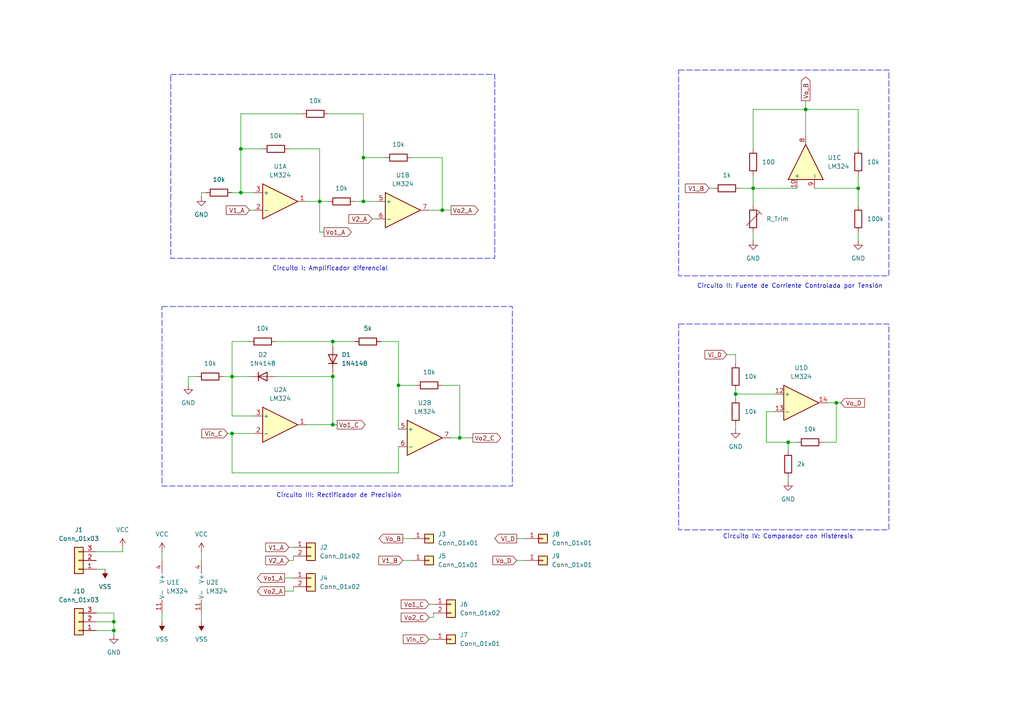
<source format=kicad_sch>
(kicad_sch (version 20231120) (generator "eeschema") (generator_version "8.0")
  (paper "A4")
  (lib_symbols
    (symbol "Amplifier_Operational:LM324" (pin_names (offset 0.127))
      (property "Reference" "U" (at 0 5.08 0))
      (property "Value" "LM324" (at 0 -5.08 0))
      (symbol "LM324_1_1"
        (polyline (pts (xy -5.08 5.08) (xy 5.08 0) (xy -5.08 -5.08) (xy -5.08 5.08)) (stroke (width 0.254)) (fill (type background)))
        (pin output line (at 7.62 0 180) (length 2.54) (name "~") (number "1"))
        (pin input line (at -7.62 -2.54 0) (length 2.54) (name "-") (number "2"))
        (pin input line (at -7.62 2.54 0) (length 2.54) (name "+") (number "3"))
      )
      (symbol "LM324_2_1"
        (polyline (pts (xy -5.08 5.08) (xy 5.08 0) (xy -5.08 -5.08) (xy -5.08 5.08)) (stroke (width 0.254)) (fill (type background)))
        (pin input line (at -7.62 2.54 0) (length 2.54) (name "+") (number "5"))
        (pin input line (at -7.62 -2.54 0) (length 2.54) (name "-") (number "6"))
        (pin output line (at 7.62 0 180) (length 2.54) (name "~") (number "7"))
      )
      (symbol "LM324_3_1"
        (polyline (pts (xy -5.08 5.08) (xy 5.08 0) (xy -5.08 -5.08) (xy -5.08 5.08)) (stroke (width 0.254)) (fill (type background)))
        (pin input line (at -7.62 2.54 0) (length 2.54) (name "+") (number "10"))
        (pin output line (at 7.62 0 180) (length 2.54) (name "~") (number "8"))
        (pin input line (at -7.62 -2.54 0) (length 2.54) (name "-") (number "9"))
      )
      (symbol "LM324_4_1"
        (polyline (pts (xy -5.08 5.08) (xy 5.08 0) (xy -5.08 -5.08) (xy -5.08 5.08)) (stroke (width 0.254)) (fill (type background)))
        (pin input line (at -7.62 2.54 0) (length 2.54) (name "+") (number "12"))
        (pin input line (at -7.62 -2.54 0) (length 2.54) (name "-") (number "13"))
        (pin output line (at 7.62 0 180) (length 2.54) (name "~") (number "14"))
      )
      (symbol "LM324_5_1"
        (pin power_in line (at -2.54 -7.62 90) (length 3.81) (name "V-") (number "11"))
        (pin power_in line (at -2.54 7.62 270) (length 3.81) (name "V+") (number "4"))
      )
    )
    (symbol "Connector_Generic:Conn_01x01" (pin_names (offset 1.016) hide)
      (property "Reference" "J" (at 0 2.54 0))
      (property "Value" "Conn_01x01" (at 0 -2.54 0))
      (symbol "Conn_01x01_1_1"
        (rectangle (start -1.27 0.127) (end 0 -0.127) (stroke (width 0.1524)))
        (rectangle (start -1.27 1.27) (end 1.27 -1.27) (stroke (width 0.254)) (fill (type background)))
        (pin passive line (at -5.08 0 0) (length 3.81) (name "Pin_1") (number "1"))
      )
    )
    (symbol "Connector_Generic:Conn_01x02" (pin_names (offset 1.016) hide)
      (property "Reference" "J" (at 0 2.54 0))
      (property "Value" "Conn_01x02" (at 0 -5.08 0))
      (symbol "Conn_01x02_1_1"
        (rectangle (start -1.27 -2.413) (end 0 -2.667) (stroke (width 0.1524)))
        (rectangle (start -1.27 0.127) (end 0 -0.127) (stroke (width 0.1524)))
        (rectangle (start -1.27 1.27) (end 1.27 -3.81) (stroke (width 0.254)) (fill (type background)))
        (pin passive line (at -5.08 0 0) (length 3.81) (name "Pin_1") (number "1"))
        (pin passive line (at -5.08 -2.54 0) (length 3.81) (name "Pin_2") (number "2"))
      )
    )
    (symbol "Connector_Generic:Conn_01x03" (pin_names (offset 1.016) hide)
      (property "Reference" "J" (at 0 5.08 0))
      (property "Value" "Conn_01x03" (at 0 -5.08 0))
      (symbol "Conn_01x03_1_1"
        (rectangle (start -1.27 -2.413) (end 0 -2.667) (stroke (width 0.1524)))
        (rectangle (start -1.27 0.127) (end 0 -0.127) (stroke (width 0.1524)))
        (rectangle (start -1.27 2.667) (end 0 2.413) (stroke (width 0.1524)))
        (rectangle (start -1.27 3.81) (end 1.27 -3.81) (stroke (width 0.254)) (fill (type background)))
        (pin passive line (at -5.08 2.54 0) (length 3.81) (name "Pin_1") (number "1"))
        (pin passive line (at -5.08 0 0) (length 3.81) (name "Pin_2") (number "2"))
        (pin passive line (at -5.08 -2.54 0) (length 3.81) (name "Pin_3") (number "3"))
      )
    )
    (symbol "Device:R" (pin_numbers hide) (pin_names (offset 0))
      (property "Reference" "R" (at 2.032 0 90))
      (property "Value" "R" (at 0 0 90))
      (symbol "R_0_1"
        (rectangle (start -1.016 -2.54) (end 1.016 2.54) (stroke (width 0.254)))
      )
      (symbol "R_1_1"
        (pin passive line (at 0 3.81 270) (length 1.27) (name "~") (number "1"))
        (pin passive line (at 0 -3.81 90) (length 1.27) (name "~") (number "2"))
      )
    )
    (symbol "Device:R_Trim" (pin_numbers hide) (pin_names (offset 0))
      (property "Reference" "R" (at 2.54 -2.54 90))
      (property "Value" "R_Trim" (at -2.54 -0.635 90))
      (symbol "R_Trim_0_1"
        (rectangle (start -1.016 -2.54) (end 1.016 2.54) (stroke (width 0.254)))
        (polyline (pts (xy -1.905 -1.905) (xy 1.905 1.905) (xy 2.54 1.27) (xy 1.27 2.54)))
      )
      (symbol "R_Trim_1_1"
        (pin passive line (at 0 3.81 270) (length 1.27) (name "~") (number "1"))
        (pin passive line (at 0 -3.81 90) (length 1.27) (name "~") (number "2"))
      )
    )
    (symbol "Diode:1N4148" (pin_numbers hide) (pin_names hide)
      (property "Reference" "D" (at 0 2.54 0))
      (property "Value" "1N4148" (at 0 -2.54 0))
      (symbol "1N4148_0_1"
        (polyline (pts (xy -1.27 1.27) (xy -1.27 -1.27)) (stroke (width 0.254)))
        (polyline (pts (xy 1.27 0) (xy -1.27 0)))
        (polyline (pts (xy 1.27 1.27) (xy 1.27 -1.27) (xy -1.27 0) (xy 1.27 1.27)) (stroke (width 0.254)))
      )
      (symbol "1N4148_1_1"
        (pin passive line (at -3.81 0 0) (length 2.54) (name "K") (number "1"))
        (pin passive line (at 3.81 0 180) (length 2.54) (name "A") (number "2"))
      )
    )
    (symbol "power:GND" (power) (pin_numbers hide) (pin_names (offset 0) hide)
      (property "Value" "GND" (at 0 -3.81 0))
      (symbol "GND_0_1"
        (polyline (pts (xy 0 0) (xy 0 -1.27) (xy 1.27 -1.27) (xy 0 -2.54) (xy -1.27 -1.27) (xy 0 -1.27)))
      )
      (symbol "GND_1_1"
        (pin power_in line (at 0 0 270) (length 0) (name "~") (number "1"))
      )
    )
    (symbol "power:VCC" (power) (pin_numbers hide) (pin_names (offset 0) hide)
      (property "Value" "VCC" (at 0 3.556 0))
      (symbol "VCC_0_1"
        (polyline (pts (xy -0.762 1.27) (xy 0 2.54)))
        (polyline (pts (xy 0 0) (xy 0 2.54)))
        (polyline (pts (xy 0 2.54) (xy 0.762 1.27)))
      )
      (symbol "VCC_1_1"
        (pin power_in line (at 0 0 90) (length 0) (name "~") (number "1"))
      )
    )
    (symbol "power:VSS" (power) (pin_numbers hide) (pin_names (offset 0) hide)
      (property "Value" "VSS" (at 0 3.556 0))
      (symbol "VSS_0_1"
        (polyline (pts (xy 0 0) (xy 0 2.54)))
        (polyline (pts (xy 0.762 1.27) (xy -0.762 1.27) (xy 0 2.54) (xy 0.762 1.27)) (fill (type outline)))
      )
      (symbol "VSS_1_1"
        (pin power_in line (at 0 0 90) (length 0) (name "~") (number "1"))
      )
    )
  )
  (junction (at 92.71 58.42))
  (junction (at 128.27 60.96))
  (junction (at 213.36 114.3))
  (junction (at 67.31 109.22))
  (junction (at 248.92 54.61))
  (junction (at 242.57 116.84))
  (junction (at 218.44 54.61))
  (junction (at 69.85 55.88))
  (junction (at 96.52 109.22))
  (junction (at 228.6 128.27))
  (junction (at 96.52 99.06))
  (junction (at 115.57 111.76))
  (junction (at 133.35 127))
  (junction (at 33.02 182.88))
  (junction (at 33.02 180.34))
  (junction (at 69.85 43.18))
  (junction (at 105.41 45.72))
  (junction (at 96.52 123.19))
  (junction (at 233.68 31.75))
  (junction (at 67.31 125.73))
  (junction (at 105.41 58.42))
  (wire (pts (xy 248.92 54.61) (xy 248.92 59.69)))
  (wire (pts (xy 87.63 33.02) (xy 69.85 33.02)))
  (wire (pts (xy 213.36 114.3) (xy 213.36 113.03)))
  (wire (pts (xy 248.92 31.75) (xy 248.92 43.18)))
  (wire (pts (xy 105.41 58.42) (xy 109.22 58.42)))
  (wire (pts (xy 54.61 109.22) (xy 54.61 111.76)))
  (wire (pts (xy 124.46 175.26) (xy 125.73 175.26)))
  (wire (pts (xy 149.86 162.56) (xy 152.4 162.56)))
  (wire (pts (xy 119.38 45.72) (xy 128.27 45.72)))
  (wire (pts (xy 240.03 116.84) (xy 242.57 116.84)))
  (wire (pts (xy 242.57 128.27) (xy 238.76 128.27)))
  (wire (pts (xy 57.15 109.22) (xy 54.61 109.22)))
  (wire (pts (xy 133.35 111.76) (xy 133.35 127)))
  (wire (pts (xy 125.73 177.8) (xy 125.73 179.07)))
  (wire (pts (xy 96.52 99.06) (xy 102.87 99.06)))
  (wire (pts (xy 248.92 50.8) (xy 248.92 54.61)))
  (wire (pts (xy 218.44 54.61) (xy 218.44 59.69)))
  (wire (pts (xy 231.14 128.27) (xy 228.6 128.27)))
  (wire (pts (xy 115.57 111.76) (xy 115.57 99.06)))
  (wire (pts (xy 27.94 160.02) (xy 35.56 160.02)))
  (wire (pts (xy 92.71 58.42) (xy 88.9 58.42)))
  (wire (pts (xy 80.01 109.22) (xy 96.52 109.22)))
  (wire (pts (xy 93.98 67.31) (xy 92.71 67.31)))
  (wire (pts (xy 96.52 123.19) (xy 96.52 109.22)))
  (wire (pts (xy 58.42 177.8) (xy 58.42 180.34)))
  (wire (pts (xy 73.66 120.65) (xy 67.31 120.65)))
  (wire (pts (xy 67.31 120.65) (xy 67.31 109.22)))
  (wire (pts (xy 67.31 55.88) (xy 69.85 55.88)))
  (wire (pts (xy 85.09 161.29) (xy 85.09 162.56)))
  (wire (pts (xy 213.36 102.87) (xy 210.82 102.87)))
  (wire (pts (xy 115.57 111.76) (xy 120.65 111.76)))
  (wire (pts (xy 115.57 137.16) (xy 67.31 137.16)))
  (wire (pts (xy 233.68 29.21) (xy 233.68 31.75)))
  (wire (pts (xy 213.36 114.3) (xy 213.36 115.57)))
  (wire (pts (xy 27.94 177.8) (xy 33.02 177.8)))
  (wire (pts (xy 242.57 116.84) (xy 242.57 128.27)))
  (wire (pts (xy 218.44 67.31) (xy 218.44 69.85)))
  (wire (pts (xy 133.35 127) (xy 130.81 127)))
  (wire (pts (xy 228.6 128.27) (xy 222.25 128.27)))
  (wire (pts (xy 83.82 43.18) (xy 92.71 43.18)))
  (wire (pts (xy 133.35 127) (xy 137.16 127)))
  (wire (pts (xy 35.56 160.02) (xy 35.56 158.75)))
  (wire (pts (xy 72.39 60.96) (xy 73.66 60.96)))
  (wire (pts (xy 67.31 137.16) (xy 67.31 125.73)))
  (wire (pts (xy 242.57 116.84) (xy 243.84 116.84)))
  (wire (pts (xy 111.76 45.72) (xy 105.41 45.72)))
  (wire (pts (xy 115.57 99.06) (xy 110.49 99.06)))
  (wire (pts (xy 69.85 33.02) (xy 69.85 43.18)))
  (wire (pts (xy 205.74 54.61) (xy 207.01 54.61)))
  (wire (pts (xy 64.77 109.22) (xy 67.31 109.22)))
  (wire (pts (xy 128.27 60.96) (xy 124.46 60.96)))
  (wire (pts (xy 116.84 162.56) (xy 119.38 162.56)))
  (wire (pts (xy 33.02 180.34) (xy 33.02 182.88)))
  (wire (pts (xy 66.04 125.73) (xy 67.31 125.73)))
  (wire (pts (xy 248.92 67.31) (xy 248.92 69.85)))
  (wire (pts (xy 149.86 156.21) (xy 152.4 156.21)))
  (wire (pts (xy 107.95 63.5) (xy 109.22 63.5)))
  (wire (pts (xy 236.22 54.61) (xy 248.92 54.61)))
  (wire (pts (xy 85.09 171.45) (xy 82.55 171.45)))
  (wire (pts (xy 222.25 128.27) (xy 222.25 119.38)))
  (wire (pts (xy 105.41 33.02) (xy 105.41 45.72)))
  (wire (pts (xy 96.52 100.33) (xy 96.52 99.06)))
  (wire (pts (xy 82.55 167.64) (xy 85.09 167.64)))
  (wire (pts (xy 95.25 33.02) (xy 105.41 33.02)))
  (wire (pts (xy 233.68 31.75) (xy 233.68 39.37)))
  (wire (pts (xy 33.02 182.88) (xy 33.02 184.15)))
  (wire (pts (xy 128.27 60.96) (xy 130.81 60.96)))
  (wire (pts (xy 67.31 109.22) (xy 67.31 99.06)))
  (wire (pts (xy 88.9 123.19) (xy 96.52 123.19)))
  (wire (pts (xy 124.46 185.42) (xy 125.73 185.42)))
  (wire (pts (xy 83.82 158.75) (xy 85.09 158.75)))
  (wire (pts (xy 80.01 99.06) (xy 96.52 99.06)))
  (wire (pts (xy 92.71 43.18) (xy 92.71 58.42)))
  (wire (pts (xy 27.94 180.34) (xy 33.02 180.34)))
  (wire (pts (xy 125.73 179.07) (xy 124.46 179.07)))
  (wire (pts (xy 27.94 165.1) (xy 30.48 165.1)))
  (wire (pts (xy 69.85 55.88) (xy 73.66 55.88)))
  (wire (pts (xy 116.84 156.21) (xy 119.38 156.21)))
  (wire (pts (xy 96.52 123.19) (xy 97.79 123.19)))
  (wire (pts (xy 213.36 105.41) (xy 213.36 102.87)))
  (wire (pts (xy 85.09 162.56) (xy 83.82 162.56)))
  (wire (pts (xy 214.63 54.61) (xy 218.44 54.61)))
  (wire (pts (xy 228.6 138.43) (xy 228.6 139.7)))
  (wire (pts (xy 218.44 50.8) (xy 218.44 54.61)))
  (wire (pts (xy 233.68 31.75) (xy 248.92 31.75)))
  (wire (pts (xy 102.87 58.42) (xy 105.41 58.42)))
  (wire (pts (xy 224.79 114.3) (xy 213.36 114.3)))
  (wire (pts (xy 105.41 45.72) (xy 105.41 58.42)))
  (wire (pts (xy 218.44 31.75) (xy 233.68 31.75)))
  (wire (pts (xy 115.57 124.46) (xy 115.57 111.76)))
  (wire (pts (xy 92.71 58.42) (xy 95.25 58.42)))
  (wire (pts (xy 76.2 43.18) (xy 69.85 43.18)))
  (wire (pts (xy 67.31 125.73) (xy 73.66 125.73)))
  (wire (pts (xy 222.25 119.38) (xy 224.79 119.38)))
  (wire (pts (xy 59.69 55.88) (xy 58.42 55.88)))
  (wire (pts (xy 33.02 177.8) (xy 33.02 180.34)))
  (wire (pts (xy 218.44 43.18) (xy 218.44 31.75)))
  (wire (pts (xy 213.36 123.19) (xy 213.36 124.46)))
  (wire (pts (xy 46.99 160.02) (xy 46.99 162.56)))
  (wire (pts (xy 69.85 43.18) (xy 69.85 55.88)))
  (wire (pts (xy 85.09 170.18) (xy 85.09 171.45)))
  (wire (pts (xy 96.52 109.22) (xy 96.52 107.95)))
  (wire (pts (xy 128.27 45.72) (xy 128.27 60.96)))
  (wire (pts (xy 128.27 111.76) (xy 133.35 111.76)))
  (wire (pts (xy 67.31 109.22) (xy 72.39 109.22)))
  (wire (pts (xy 46.99 177.8) (xy 46.99 180.34)))
  (wire (pts (xy 218.44 54.61) (xy 231.14 54.61)))
  (wire (pts (xy 27.94 182.88) (xy 33.02 182.88)))
  (wire (pts (xy 58.42 160.02) (xy 58.42 162.56)))
  (wire (pts (xy 115.57 129.54) (xy 115.57 137.16)))
  (wire (pts (xy 92.71 67.31) (xy 92.71 58.42)))
  (wire (pts (xy 58.42 55.88) (xy 58.42 57.15)))
  (wire (pts (xy 228.6 128.27) (xy 228.6 130.81)))
  (wire (pts (xy 67.31 99.06) (xy 72.39 99.06)))
  (rectangle (start 49.53 21.59) (end 143.51 74.93) (stroke (width 0) (type dash)))
  (rectangle (start 196.85 20.32) (end 257.81 80.01) (stroke (width 0) (type dash)))
  (rectangle (start 196.85 93.98) (end 257.81 153.67) (stroke (width 0) (type dash)))
  (rectangle (start 46.99 88.9) (end 148.59 140.97) (stroke (width 0) (type dash)))
  (text "Circuito I: Amplificador diferencial" (at 95.758 77.978 0) (effects (font (size 1.27 1.27))))
  (text "Circuito IV: Comparador con Histéresis\n\n" (at 228.6 156.718 0) (effects (font (size 1.27 1.27))))
  (text "Circuito III: Rectificador de Precisión" (at 98.298 143.764 0) (effects (font (size 1.27 1.27))))
  (text "Circuito II: Fuente de Corriente Controlada por Tensión\n" (at 229.108 83.058 0) (effects (font (size 1.27 1.27))))
  (global_label "V2_A" (shape input) (at 107.95 63.5 180) (property "Intersheetrefs" "${INTERSHEET_REFS}" (effects (hide yes))))
  (global_label "Vo1_A" (shape output) (at 82.55 167.64 180) (property "Intersheetrefs" "${INTERSHEET_REFS}" (effects (hide yes))))
  (global_label "Vo_D" (shape input) (at 149.86 162.56 180) (property "Intersheetrefs" "${INTERSHEET_REFS}" (effects (hide yes))))
  (global_label "Vo_B" (shape output) (at 116.84 156.21 180) (property "Intersheetrefs" "${INTERSHEET_REFS}" (effects (hide yes))))
  (global_label "Vo1_A" (shape output) (at 93.98 67.31 0) (property "Intersheetrefs" "${INTERSHEET_REFS}" (effects (hide yes))))
  (global_label "V2_A" (shape input) (at 83.82 162.56 180) (property "Intersheetrefs" "${INTERSHEET_REFS}" (effects (hide yes))))
  (global_label "Vo_D" (shape input) (at 243.84 116.84 0) (property "Intersheetrefs" "${INTERSHEET_REFS}" (effects (hide yes))))
  (global_label "Vo2_A" (shape output) (at 82.55 171.45 180) (property "Intersheetrefs" "${INTERSHEET_REFS}" (effects (hide yes))))
  (global_label "Vo2_A" (shape output) (at 130.81 60.96 0) (property "Intersheetrefs" "${INTERSHEET_REFS}" (effects (hide yes))))
  (global_label "V1_A" (shape input) (at 83.82 158.75 180) (property "Intersheetrefs" "${INTERSHEET_REFS}" (effects (hide yes))))
  (global_label "Vi_D" (shape input) (at 210.82 102.87 180) (property "Intersheetrefs" "${INTERSHEET_REFS}" (effects (hide yes))))
  (global_label "Vo1_C" (shape input) (at 124.46 175.26 180) (property "Intersheetrefs" "${INTERSHEET_REFS}" (effects (hide yes))))
  (global_label "V1_B" (shape input) (at 205.74 54.61 180) (property "Intersheetrefs" "${INTERSHEET_REFS}" (effects (hide yes))))
  (global_label "Vo2_C" (shape input) (at 124.46 179.07 180) (property "Intersheetrefs" "${INTERSHEET_REFS}" (effects (hide yes))))
  (global_label "V1_A" (shape input) (at 72.39 60.96 180) (property "Intersheetrefs" "${INTERSHEET_REFS}" (effects (hide yes))))
  (global_label "Vo_B" (shape output) (at 233.68 29.21 90) (property "Intersheetrefs" "${INTERSHEET_REFS}" (effects (hide yes))))
  (global_label "Vo2_C" (shape output) (at 137.16 127 0) (property "Intersheetrefs" "${INTERSHEET_REFS}" (effects (hide yes))))
  (global_label "Vin_C" (shape input) (at 66.04 125.73 180) (property "Intersheetrefs" "${INTERSHEET_REFS}" (effects (hide yes))))
  (global_label "Vin_C" (shape input) (at 124.46 185.42 180) (property "Intersheetrefs" "${INTERSHEET_REFS}" (effects (hide yes))))
  (global_label "V1_B" (shape input) (at 116.84 162.56 180) (property "Intersheetrefs" "${INTERSHEET_REFS}" (effects (hide yes))))
  (global_label "Vo1_C" (shape output) (at 97.79 123.19 0) (property "Intersheetrefs" "${INTERSHEET_REFS}" (effects (hide yes))))
  (global_label "Vi_D" (shape output) (at 149.86 156.21 180) (property "Intersheetrefs" "${INTERSHEET_REFS}" (effects (hide yes))))
  (symbol (lib_id "power:VCC") (at 35.56 158.75 0) (unit 1)
    (property "Reference" "#PWR07" (effects (hide yes)))
    (property "Value" "VCC" (at 35.56 153.67 0))
    (property "Description" "Power symbol creates a global label with name \"VCC\"" (effects (hide yes)))
  )
  (symbol (lib_id "power:VSS") (at 30.48 165.1 180) (unit 1)
    (property "Reference" "#PWR08" (effects (hide yes)))
    (property "Value" "VSS" (at 30.48 170.18 0))
    (property "Description" "Power symbol creates a global label with name \"VSS\"" (effects (hide yes)))
  )
  (symbol (lib_id "Connector_Generic:Conn_01x01") (at 124.46 162.56 0) (unit 1)
    (property "Reference" "J5" (at 127 161.2899 0) (effects (justify left)))
    (property "Value" "Conn_01x01" (at 127 163.8299 0) (effects (justify left)))
    (property "Footprint" "Connector_PinHeader_2.54mm:PinHeader_1x01_P2.54mm_Vertical" (effects (hide yes)))
    (property "Description" "Generic connector, single row, 01x01, script generated (kicad-library-utils/schlib/autogen/connector/)" (effects (hide yes)))
  )
  (symbol (lib_id "Connector_Generic:Conn_01x02") (at 90.17 167.64 0) (unit 1)
    (property "Reference" "J4" (at 92.71 167.6399 0) (effects (justify left)))
    (property "Value" "Conn_01x02" (at 92.71 170.1799 0) (effects (justify left)))
    (property "Footprint" "Connector_PinHeader_2.54mm:PinHeader_1x02_P2.54mm_Vertical" (effects (hide yes)))
    (property "Description" "Generic connector, single row, 01x02, script generated (kicad-library-utils/schlib/autogen/connector/)" (effects (hide yes)))
  )
  (symbol (lib_id "Device:R") (at 234.95 128.27 90) (unit 1)
    (property "Reference" "R18" (effects (hide yes)))
    (property "Value" "10k" (at 234.95 124.46 90))
    (property "Footprint" "Resistor_THT:R_Axial_DIN0309_L9.0mm_D3.2mm_P15.24mm_Horizontal" (effects (hide yes)))
    (property "Description" "Resistor" (effects (hide yes)))
  )
  (symbol (lib_id "power:VCC") (at 58.42 160.02 0) (unit 1)
    (property "Reference" "#PWR012" (effects (hide yes)))
    (property "Value" "VCC" (at 58.42 154.94 0))
    (property "Description" "Power symbol creates a global label with name \"VCC\"" (effects (hide yes)))
  )
  (symbol (lib_id "Device:R") (at 213.36 109.22 0) (unit 1)
    (property "Reference" "R15" (effects (hide yes)))
    (property "Value" "10k" (at 215.9 109.2199 0) (effects (justify left)))
    (property "Footprint" "Resistor_THT:R_Axial_DIN0309_L9.0mm_D3.2mm_P15.24mm_Horizontal" (effects (hide yes)))
    (property "Description" "Resistor" (effects (hide yes)))
  )
  (symbol (lib_id "power:GND") (at 248.92 69.85 0) (unit 1)
    (property "Reference" "#PWR03" (effects (hide yes)))
    (property "Value" "GND" (at 248.92 74.93 0))
    (property "Description" "Power symbol creates a global label with name \"GND\" , ground" (effects (hide yes)))
  )
  (symbol (lib_id "power:GND") (at 58.42 57.15 0) (unit 1)
    (property "Reference" "#PWR01" (effects (hide yes)))
    (property "Value" "GND" (at 58.42 62.23 0))
    (property "Description" "Power symbol creates a global label with name \"GND\" , ground" (effects (hide yes)))
  )
  (symbol (lib_id "power:VSS") (at 58.42 180.34 180) (unit 1)
    (property "Reference" "#PWR013" (effects (hide yes)))
    (property "Value" "VSS" (at 58.42 185.42 0))
    (property "Description" "Power symbol creates a global label with name \"VSS\"" (effects (hide yes)))
  )
  (symbol (lib_id "Amplifier_Operational:LM324") (at 60.96 170.18 0) (unit 5)
    (property "Reference" "U2" (at 59.69 168.9099 0) (effects (justify left)))
    (property "Value" "LM324" (at 59.69 171.4499 0) (effects (justify left)))
    (property "Footprint" "Package_DIP:CERDIP-14_W7.62mm_SideBrazed_LongPads_Socket" (effects (hide yes)))
    (property "Datasheet" "http://www.ti.com/lit/ds/symlink/lm2902-n.pdf" (effects (hide yes)))
    (property "Description" "Low-Power, Quad-Operational Amplifiers, DIP-14/SOIC-14/SSOP-14" (effects (hide yes)))
  )
  (symbol (lib_id "Diode:1N4148") (at 96.52 104.14 90) (unit 1)
    (property "Reference" "D1" (at 99.06 102.8699 90) (effects (justify right)))
    (property "Value" "1N4148" (at 99.06 105.4099 90) (effects (justify right)))
    (property "Footprint" "Diode_THT:D_DO-35_SOD27_P7.62mm_Horizontal" (effects (hide yes)))
    (property "Datasheet" "https://assets.nexperia.com/documents/data-sheet/1N4148_1N4448.pdf" (effects (hide yes)))
    (property "Description" "100V 0.15A standard switching diode, DO-35" (effects (hide yes)))
    (property "Sim.Device" "D" (effects (hide yes)))
    (property "Sim.Pins" "1=K 2=A" (effects (hide yes)))
  )
  (symbol (lib_id "Amplifier_Operational:LM324") (at 232.41 116.84 0) (unit 4)
    (property "Reference" "U1" (at 232.41 106.68 0))
    (property "Value" "LM324" (at 232.41 109.22 0))
    (property "Footprint" "Package_DIP:CERDIP-14_W7.62mm_SideBrazed_LongPads_Socket" (effects (hide yes)))
    (property "Datasheet" "http://www.ti.com/lit/ds/symlink/lm2902-n.pdf" (effects (hide yes)))
    (property "Description" "Low-Power, Quad-Operational Amplifiers, DIP-14/SOIC-14/SSOP-14" (effects (hide yes)))
  )
  (symbol (lib_id "Amplifier_Operational:LM324") (at 49.53 170.18 0) (unit 5)
    (property "Reference" "U1" (at 48.26 168.9099 0) (effects (justify left)))
    (property "Value" "LM324" (at 48.26 171.4499 0) (effects (justify left)))
    (property "Footprint" "Package_DIP:CERDIP-14_W7.62mm_SideBrazed_LongPads_Socket" (effects (hide yes)))
    (property "Datasheet" "http://www.ti.com/lit/ds/symlink/lm2902-n.pdf" (effects (hide yes)))
    (property "Description" "Low-Power, Quad-Operational Amplifiers, DIP-14/SOIC-14/SSOP-14" (effects (hide yes)))
  )
  (symbol (lib_id "Amplifier_Operational:LM324") (at 233.68 46.99 90) (unit 3)
    (property "Reference" "U1" (at 240.03 45.7199 90) (effects (justify right)))
    (property "Value" "LM324" (at 240.03 48.2599 90) (effects (justify right)))
    (property "Footprint" "Package_DIP:CERDIP-14_W7.62mm_SideBrazed_LongPads_Socket" (effects (hide yes)))
    (property "Datasheet" "http://www.ti.com/lit/ds/symlink/lm2902-n.pdf" (effects (hide yes)))
    (property "Description" "Low-Power, Quad-Operational Amplifiers, DIP-14/SOIC-14/SSOP-14" (effects (hide yes)))
  )
  (symbol (lib_id "Connector_Generic:Conn_01x01") (at 124.46 156.21 0) (unit 1)
    (property "Reference" "J3" (at 127 154.9399 0) (effects (justify left)))
    (property "Value" "Conn_01x01" (at 127 157.4799 0) (effects (justify left)))
    (property "Footprint" "Connector_PinHeader_2.54mm:PinHeader_1x01_P2.54mm_Vertical" (effects (hide yes)))
    (property "Description" "Generic connector, single row, 01x01, script generated (kicad-library-utils/schlib/autogen/connector/)" (effects (hide yes)))
  )
  (symbol (lib_id "Amplifier_Operational:LM324") (at 81.28 123.19 0) (unit 1)
    (property "Reference" "U2" (at 81.28 113.03 0))
    (property "Value" "LM324" (at 81.28 115.57 0))
    (property "Footprint" "Package_DIP:CERDIP-14_W7.62mm_SideBrazed_LongPads_Socket" (effects (hide yes)))
    (property "Datasheet" "http://www.ti.com/lit/ds/symlink/lm2902-n.pdf" (effects (hide yes)))
    (property "Description" "Low-Power, Quad-Operational Amplifiers, DIP-14/SOIC-14/SSOP-14" (effects (hide yes)))
  )
  (symbol (lib_id "Diode:1N4148") (at 76.2 109.22 0) (unit 1)
    (property "Reference" "D2" (at 76.2 102.87 0))
    (property "Value" "1N4148" (at 76.2 105.41 0))
    (property "Footprint" "Diode_THT:D_DO-35_SOD27_P7.62mm_Horizontal" (effects (hide yes)))
    (property "Datasheet" "https://assets.nexperia.com/documents/data-sheet/1N4148_1N4448.pdf" (effects (hide yes)))
    (property "Description" "100V 0.15A standard switching diode, DO-35" (effects (hide yes)))
    (property "Sim.Device" "D" (effects (hide yes)))
    (property "Sim.Pins" "1=K 2=A" (effects (hide yes)))
  )
  (symbol (lib_id "Device:R") (at 210.82 54.61 90) (unit 1)
    (property "Reference" "R10" (effects (hide yes)))
    (property "Value" "1k" (at 210.82 50.8 90))
    (property "Footprint" "Resistor_THT:R_Axial_DIN0309_L9.0mm_D3.2mm_P15.24mm_Horizontal" (effects (hide yes)))
    (property "Description" "Resistor" (effects (hide yes)))
  )
  (symbol (lib_id "Device:R") (at 80.01 43.18 90) (unit 1)
    (property "Reference" "R2" (effects (hide yes)))
    (property "Value" "10k" (at 80.01 39.37 90))
    (property "Footprint" "Resistor_THT:R_Axial_DIN0309_L9.0mm_D3.2mm_P15.24mm_Horizontal" (effects (hide yes)))
    (property "Description" "Resistor" (effects (hide yes)))
  )
  (symbol (lib_id "Device:R") (at 91.44 33.02 90) (unit 1)
    (property "Reference" "R3" (effects (hide yes)))
    (property "Value" "10k" (at 91.44 29.21 90))
    (property "Footprint" "Resistor_THT:R_Axial_DIN0309_L9.0mm_D3.2mm_P15.24mm_Horizontal" (effects (hide yes)))
    (property "Description" "Resistor" (effects (hide yes)))
  )
  (symbol (lib_id "Connector_Generic:Conn_01x03") (at 22.86 162.56 180) (unit 1)
    (property "Reference" "J1" (at 22.86 153.67 0))
    (property "Value" "Conn_01x03" (at 22.86 156.21 0))
    (property "Footprint" "Connector_PinHeader_2.54mm:PinHeader_1x03_P2.54mm_Vertical" (effects (hide yes)))
    (property "Description" "Generic connector, single row, 01x03, script generated (kicad-library-utils/schlib/autogen/connector/)" (effects (hide yes)))
  )
  (symbol (lib_id "Device:R") (at 115.57 45.72 90) (unit 1)
    (property "Reference" "R5" (effects (hide yes)))
    (property "Value" "10k" (at 115.57 41.91 90))
    (property "Footprint" "Resistor_THT:R_Axial_DIN0309_L9.0mm_D3.2mm_P15.24mm_Horizontal" (effects (hide yes)))
    (property "Description" "Resistor" (effects (hide yes)))
  )
  (symbol (lib_id "Device:R") (at 76.2 99.06 90) (unit 1)
    (property "Reference" "R11" (effects (hide yes)))
    (property "Value" "10k" (at 76.2 95.25 90))
    (property "Footprint" "Resistor_THT:R_Axial_DIN0309_L9.0mm_D3.2mm_P15.24mm_Horizontal" (effects (hide yes)))
    (property "Description" "Resistor" (effects (hide yes)))
  )
  (symbol (lib_id "Amplifier_Operational:LM324") (at 116.84 60.96 0) (unit 2)
    (property "Reference" "U1" (at 116.84 50.8 0))
    (property "Value" "LM324" (at 116.84 53.34 0))
    (property "Footprint" "Package_DIP:CERDIP-14_W7.62mm_SideBrazed_LongPads_Socket" (effects (hide yes)))
    (property "Datasheet" "http://www.ti.com/lit/ds/symlink/lm2902-n.pdf" (effects (hide yes)))
    (property "Description" "Low-Power, Quad-Operational Amplifiers, DIP-14/SOIC-14/SSOP-14" (effects (hide yes)))
  )
  (symbol (lib_id "Device:R") (at 218.44 46.99 0) (unit 1)
    (property "Reference" "R6" (effects (hide yes)))
    (property "Value" "100" (at 220.98 46.9899 0) (effects (justify left)))
    (property "Footprint" "Resistor_THT:R_Axial_DIN0309_L9.0mm_D3.2mm_P15.24mm_Horizontal" (effects (hide yes)))
    (property "Description" "Resistor" (effects (hide yes)))
  )
  (symbol (lib_id "power:GND") (at 218.44 69.85 0) (unit 1)
    (property "Reference" "#PWR02" (effects (hide yes)))
    (property "Value" "GND" (at 218.44 74.93 0))
    (property "Description" "Power symbol creates a global label with name \"GND\" , ground" (effects (hide yes)))
  )
  (symbol (lib_id "Device:R") (at 248.92 46.99 0) (unit 1)
    (property "Reference" "R7" (effects (hide yes)))
    (property "Value" "10k" (at 251.46 46.9899 0) (effects (justify left)))
    (property "Footprint" "Resistor_THT:R_Axial_DIN0309_L9.0mm_D3.2mm_P15.24mm_Horizontal" (effects (hide yes)))
    (property "Description" "Resistor" (effects (hide yes)))
  )
  (symbol (lib_id "Connector_Generic:Conn_01x01") (at 130.81 185.42 0) (unit 1)
    (property "Reference" "J7" (at 133.35 184.1499 0) (effects (justify left)))
    (property "Value" "Conn_01x01" (at 133.35 186.6899 0) (effects (justify left)))
    (property "Footprint" "Connector_PinHeader_2.54mm:PinHeader_1x01_P2.54mm_Vertical" (effects (hide yes)))
    (property "Description" "Generic connector, single row, 01x01, script generated (kicad-library-utils/schlib/autogen/connector/)" (effects (hide yes)))
  )
  (symbol (lib_id "Device:R") (at 124.46 111.76 90) (unit 1)
    (property "Reference" "R14" (effects (hide yes)))
    (property "Value" "10k" (at 124.46 107.95 90))
    (property "Footprint" "Resistor_THT:R_Axial_DIN0309_L9.0mm_D3.2mm_P15.24mm_Horizontal" (effects (hide yes)))
    (property "Description" "Resistor" (effects (hide yes)))
  )
  (symbol (lib_id "Device:R") (at 248.92 63.5 0) (unit 1)
    (property "Reference" "R9" (effects (hide yes)))
    (property "Value" "100k" (at 251.46 63.4999 0) (effects (justify left)))
    (property "Footprint" "Resistor_THT:R_Axial_DIN0309_L9.0mm_D3.2mm_P15.24mm_Horizontal" (effects (hide yes)))
    (property "Description" "Resistor" (effects (hide yes)))
  )
  (symbol (lib_id "power:VCC") (at 46.99 160.02 0) (unit 1)
    (property "Reference" "#PWR010" (effects (hide yes)))
    (property "Value" "VCC" (at 46.99 154.94 0))
    (property "Description" "Power symbol creates a global label with name \"VCC\"" (effects (hide yes)))
  )
  (symbol (lib_id "Connector_Generic:Conn_01x01") (at 157.48 162.56 0) (unit 1)
    (property "Reference" "J9" (at 160.02 161.2899 0) (effects (justify left)))
    (property "Value" "Conn_01x01" (at 160.02 163.8299 0) (effects (justify left)))
    (property "Footprint" "Connector_PinHeader_2.54mm:PinHeader_1x01_P2.54mm_Vertical" (effects (hide yes)))
    (property "Description" "Generic connector, single row, 01x01, script generated (kicad-library-utils/schlib/autogen/connector/)" (effects (hide yes)))
  )
  (symbol (lib_id "Connector_Generic:Conn_01x01") (at 157.48 156.21 0) (unit 1)
    (property "Reference" "J8" (at 160.02 154.9399 0) (effects (justify left)))
    (property "Value" "Conn_01x01" (at 160.02 157.4799 0) (effects (justify left)))
    (property "Footprint" "Connector_PinHeader_2.54mm:PinHeader_1x01_P2.54mm_Vertical" (effects (hide yes)))
    (property "Description" "Generic connector, single row, 01x01, script generated (kicad-library-utils/schlib/autogen/connector/)" (effects (hide yes)))
  )
  (symbol (lib_id "Amplifier_Operational:LM324") (at 81.28 58.42 0) (unit 1)
    (property "Reference" "U1" (at 81.28 48.26 0))
    (property "Value" "LM324" (at 81.28 50.8 0))
    (property "Footprint" "Package_DIP:CERDIP-14_W7.62mm_SideBrazed_LongPads_Socket" (effects (hide yes)))
    (property "Datasheet" "http://www.ti.com/lit/ds/symlink/lm2902-n.pdf" (effects (hide yes)))
    (property "Description" "Low-Power, Quad-Operational Amplifiers, DIP-14/SOIC-14/SSOP-14" (effects (hide yes)))
  )
  (symbol (lib_id "Connector_Generic:Conn_01x02") (at 90.17 158.75 0) (unit 1)
    (property "Reference" "J2" (at 92.71 158.7499 0) (effects (justify left)))
    (property "Value" "Conn_01x02" (at 92.71 161.2899 0) (effects (justify left)))
    (property "Footprint" "Connector_PinHeader_2.54mm:PinHeader_1x02_P2.54mm_Vertical" (effects (hide yes)))
    (property "Description" "Generic connector, single row, 01x02, script generated (kicad-library-utils/schlib/autogen/connector/)" (effects (hide yes)))
  )
  (symbol (lib_id "Device:R") (at 228.6 134.62 180) (unit 1)
    (property "Reference" "R17" (effects (hide yes)))
    (property "Value" "2k" (at 231.14 134.6199 0) (effects (justify right)))
    (property "Footprint" "Resistor_THT:R_Axial_DIN0309_L9.0mm_D3.2mm_P15.24mm_Horizontal" (effects (hide yes)))
    (property "Description" "Resistor" (effects (hide yes)))
  )
  (symbol (lib_id "power:GND") (at 54.61 111.76 0) (unit 1)
    (property "Reference" "#PWR04" (effects (hide yes)))
    (property "Value" "GND" (at 54.61 116.84 0))
    (property "Description" "Power symbol creates a global label with name \"GND\" , ground" (effects (hide yes)))
  )
  (symbol (lib_id "power:GND") (at 228.6 139.7 0) (unit 1)
    (property "Reference" "#PWR05" (effects (hide yes)))
    (property "Value" "GND" (at 228.6 144.78 0))
    (property "Description" "Power symbol creates a global label with name \"GND\" , ground" (effects (hide yes)))
  )
  (symbol (lib_id "Device:R") (at 63.5 55.88 90) (unit 1)
    (property "Reference" "R1" (effects (hide yes)))
    (property "Value" "10k" (at 63.5 52.07 90))
    (property "Footprint" "Resistor_THT:R_Axial_DIN0309_L9.0mm_D3.2mm_P15.24mm_Horizontal" (effects (hide yes)))
    (property "Description" "Resistor" (effects (hide yes)))
  )
  (symbol (lib_id "Connector_Generic:Conn_01x02") (at 130.81 175.26 0) (unit 1)
    (property "Reference" "J6" (at 133.35 175.2599 0) (effects (justify left)))
    (property "Value" "Conn_01x02" (at 133.35 177.7999 0) (effects (justify left)))
    (property "Footprint" "Connector_PinHeader_2.54mm:PinHeader_1x02_P2.54mm_Vertical" (effects (hide yes)))
    (property "Description" "Generic connector, single row, 01x02, script generated (kicad-library-utils/schlib/autogen/connector/)" (effects (hide yes)))
  )
  (symbol (lib_id "power:GND") (at 213.36 124.46 0) (unit 1)
    (property "Reference" "#PWR06" (effects (hide yes)))
    (property "Value" "GND" (at 213.36 129.54 0))
    (property "Description" "Power symbol creates a global label with name \"GND\" , ground" (effects (hide yes)))
  )
  (symbol (lib_id "power:VSS") (at 46.99 180.34 180) (unit 1)
    (property "Reference" "#PWR011" (effects (hide yes)))
    (property "Value" "VSS" (at 46.99 185.42 0))
    (property "Description" "Power symbol creates a global label with name \"VSS\"" (effects (hide yes)))
  )
  (symbol (lib_id "Connector_Generic:Conn_01x03") (at 22.86 180.34 180) (unit 1)
    (property "Reference" "J10" (at 22.86 171.45 0))
    (property "Value" "Conn_01x03" (at 22.86 173.99 0))
    (property "Footprint" "Connector_PinHeader_2.54mm:PinHeader_1x03_P2.54mm_Vertical" (effects (hide yes)))
    (property "Description" "Generic connector, single row, 01x03, script generated (kicad-library-utils/schlib/autogen/connector/)" (effects (hide yes)))
  )
  (symbol (lib_id "Device:R") (at 106.68 99.06 90) (unit 1)
    (property "Reference" "R13" (effects (hide yes)))
    (property "Value" "5k" (at 106.68 95.25 90))
    (property "Footprint" "Resistor_THT:R_Axial_DIN0309_L9.0mm_D3.2mm_P15.24mm_Horizontal" (effects (hide yes)))
    (property "Description" "Resistor" (effects (hide yes)))
  )
  (symbol (lib_id "Device:R") (at 213.36 119.38 0) (unit 1)
    (property "Reference" "R16" (effects (hide yes)))
    (property "Value" "10k" (at 215.9 119.3799 0) (effects (justify left)))
    (property "Footprint" "Resistor_THT:R_Axial_DIN0309_L9.0mm_D3.2mm_P15.24mm_Horizontal" (effects (hide yes)))
    (property "Description" "Resistor" (effects (hide yes)))
  )
  (symbol (lib_id "power:GND") (at 33.02 184.15 0) (unit 1)
    (property "Reference" "#PWR014" (effects (hide yes)))
    (property "Value" "GND" (at 33.02 189.23 0))
    (property "Description" "Power symbol creates a global label with name \"GND\" , ground" (effects (hide yes)))
  )
  (symbol (lib_id "Device:R_Trim") (at 218.44 63.5 0) (unit 1)
    (property "Reference" "R19" (effects (hide yes)))
    (property "Value" "R_Trim" (at 222.25 63.4999 0) (effects (justify left)))
    (property "Footprint" "Resistor_THT:R_Axial_DIN0309_L9.0mm_D3.2mm_P15.24mm_Horizontal" (effects (hide yes)))
    (property "Description" "Trimmable resistor (preset resistor)" (effects (hide yes)))
  )
  (symbol (lib_id "Device:R") (at 60.96 109.22 90) (unit 1)
    (property "Reference" "R12" (effects (hide yes)))
    (property "Value" "10k" (at 60.96 105.41 90))
    (property "Footprint" "Resistor_THT:R_Axial_DIN0309_L9.0mm_D3.2mm_P15.24mm_Horizontal" (effects (hide yes)))
    (property "Description" "Resistor" (effects (hide yes)))
  )
  (symbol (lib_id "Device:R") (at 99.06 58.42 90) (unit 1)
    (property "Reference" "R4" (effects (hide yes)))
    (property "Value" "10k" (at 99.06 54.61 90))
    (property "Footprint" "Resistor_THT:R_Axial_DIN0309_L9.0mm_D3.2mm_P15.24mm_Horizontal" (effects (hide yes)))
    (property "Description" "Resistor" (effects (hide yes)))
  )
  (symbol (lib_id "Amplifier_Operational:LM324") (at 123.19 127 0) (unit 2)
    (property "Reference" "U2" (at 123.19 116.84 0))
    (property "Value" "LM324" (at 123.19 119.38 0))
    (property "Footprint" "Package_DIP:CERDIP-14_W7.62mm_SideBrazed_LongPads_Socket" (effects (hide yes)))
    (property "Datasheet" "http://www.ti.com/lit/ds/symlink/lm2902-n.pdf" (effects (hide yes)))
    (property "Description" "Low-Power, Quad-Operational Amplifiers, DIP-14/SOIC-14/SSOP-14" (effects (hide yes)))
  )
)
</source>
